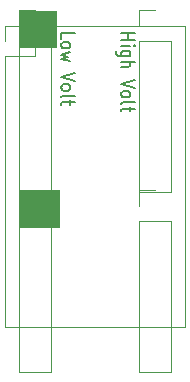
<source format=gbr>
%TF.GenerationSoftware,KiCad,Pcbnew,9.0.2-9.0.2-0~ubuntu24.04.1*%
%TF.CreationDate,2025-05-26T11:18:29+09:00*%
%TF.ProjectId,LevelShifter,4c657665-6c53-4686-9966-7465722e6b69,rev?*%
%TF.SameCoordinates,Original*%
%TF.FileFunction,Legend,Top*%
%TF.FilePolarity,Positive*%
%FSLAX46Y46*%
G04 Gerber Fmt 4.6, Leading zero omitted, Abs format (unit mm)*
G04 Created by KiCad (PCBNEW 9.0.2-9.0.2-0~ubuntu24.04.1) date 2025-05-26 11:18:29*
%MOMM*%
%LPD*%
G01*
G04 APERTURE LIST*
%ADD10C,0.200000*%
%ADD11C,0.100000*%
%ADD12C,0.120000*%
G04 APERTURE END LIST*
D10*
X149509257Y-112383673D02*
X150709257Y-112383673D01*
X150137828Y-112383673D02*
X150137828Y-112955101D01*
X149509257Y-112955101D02*
X150709257Y-112955101D01*
X149509257Y-113431292D02*
X150309257Y-113431292D01*
X150709257Y-113431292D02*
X150652114Y-113383673D01*
X150652114Y-113383673D02*
X150594971Y-113431292D01*
X150594971Y-113431292D02*
X150652114Y-113478911D01*
X150652114Y-113478911D02*
X150709257Y-113431292D01*
X150709257Y-113431292D02*
X150594971Y-113431292D01*
X150309257Y-114336053D02*
X149337828Y-114336053D01*
X149337828Y-114336053D02*
X149223542Y-114288434D01*
X149223542Y-114288434D02*
X149166400Y-114240815D01*
X149166400Y-114240815D02*
X149109257Y-114145577D01*
X149109257Y-114145577D02*
X149109257Y-114002720D01*
X149109257Y-114002720D02*
X149166400Y-113907482D01*
X149566400Y-114336053D02*
X149509257Y-114240815D01*
X149509257Y-114240815D02*
X149509257Y-114050339D01*
X149509257Y-114050339D02*
X149566400Y-113955101D01*
X149566400Y-113955101D02*
X149623542Y-113907482D01*
X149623542Y-113907482D02*
X149737828Y-113859863D01*
X149737828Y-113859863D02*
X150080685Y-113859863D01*
X150080685Y-113859863D02*
X150194971Y-113907482D01*
X150194971Y-113907482D02*
X150252114Y-113955101D01*
X150252114Y-113955101D02*
X150309257Y-114050339D01*
X150309257Y-114050339D02*
X150309257Y-114240815D01*
X150309257Y-114240815D02*
X150252114Y-114336053D01*
X149509257Y-114812244D02*
X150709257Y-114812244D01*
X149509257Y-115240815D02*
X150137828Y-115240815D01*
X150137828Y-115240815D02*
X150252114Y-115193196D01*
X150252114Y-115193196D02*
X150309257Y-115097958D01*
X150309257Y-115097958D02*
X150309257Y-114955101D01*
X150309257Y-114955101D02*
X150252114Y-114859863D01*
X150252114Y-114859863D02*
X150194971Y-114812244D01*
X150709257Y-116336054D02*
X149509257Y-116669387D01*
X149509257Y-116669387D02*
X150709257Y-117002720D01*
X149509257Y-117478911D02*
X149566400Y-117383673D01*
X149566400Y-117383673D02*
X149623542Y-117336054D01*
X149623542Y-117336054D02*
X149737828Y-117288435D01*
X149737828Y-117288435D02*
X150080685Y-117288435D01*
X150080685Y-117288435D02*
X150194971Y-117336054D01*
X150194971Y-117336054D02*
X150252114Y-117383673D01*
X150252114Y-117383673D02*
X150309257Y-117478911D01*
X150309257Y-117478911D02*
X150309257Y-117621768D01*
X150309257Y-117621768D02*
X150252114Y-117717006D01*
X150252114Y-117717006D02*
X150194971Y-117764625D01*
X150194971Y-117764625D02*
X150080685Y-117812244D01*
X150080685Y-117812244D02*
X149737828Y-117812244D01*
X149737828Y-117812244D02*
X149623542Y-117764625D01*
X149623542Y-117764625D02*
X149566400Y-117717006D01*
X149566400Y-117717006D02*
X149509257Y-117621768D01*
X149509257Y-117621768D02*
X149509257Y-117478911D01*
X149509257Y-118383673D02*
X149566400Y-118288435D01*
X149566400Y-118288435D02*
X149680685Y-118240816D01*
X149680685Y-118240816D02*
X150709257Y-118240816D01*
X150309257Y-118621769D02*
X150309257Y-119002721D01*
X150709257Y-118764626D02*
X149680685Y-118764626D01*
X149680685Y-118764626D02*
X149566400Y-118812245D01*
X149566400Y-118812245D02*
X149509257Y-118907483D01*
X149509257Y-118907483D02*
X149509257Y-119002721D01*
X144429257Y-112859863D02*
X144429257Y-112383673D01*
X144429257Y-112383673D02*
X145629257Y-112383673D01*
X144429257Y-113336054D02*
X144486400Y-113240816D01*
X144486400Y-113240816D02*
X144543542Y-113193197D01*
X144543542Y-113193197D02*
X144657828Y-113145578D01*
X144657828Y-113145578D02*
X145000685Y-113145578D01*
X145000685Y-113145578D02*
X145114971Y-113193197D01*
X145114971Y-113193197D02*
X145172114Y-113240816D01*
X145172114Y-113240816D02*
X145229257Y-113336054D01*
X145229257Y-113336054D02*
X145229257Y-113478911D01*
X145229257Y-113478911D02*
X145172114Y-113574149D01*
X145172114Y-113574149D02*
X145114971Y-113621768D01*
X145114971Y-113621768D02*
X145000685Y-113669387D01*
X145000685Y-113669387D02*
X144657828Y-113669387D01*
X144657828Y-113669387D02*
X144543542Y-113621768D01*
X144543542Y-113621768D02*
X144486400Y-113574149D01*
X144486400Y-113574149D02*
X144429257Y-113478911D01*
X144429257Y-113478911D02*
X144429257Y-113336054D01*
X145229257Y-114002721D02*
X144429257Y-114193197D01*
X144429257Y-114193197D02*
X145000685Y-114383673D01*
X145000685Y-114383673D02*
X144429257Y-114574149D01*
X144429257Y-114574149D02*
X145229257Y-114764625D01*
X145629257Y-115764626D02*
X144429257Y-116097959D01*
X144429257Y-116097959D02*
X145629257Y-116431292D01*
X144429257Y-116907483D02*
X144486400Y-116812245D01*
X144486400Y-116812245D02*
X144543542Y-116764626D01*
X144543542Y-116764626D02*
X144657828Y-116717007D01*
X144657828Y-116717007D02*
X145000685Y-116717007D01*
X145000685Y-116717007D02*
X145114971Y-116764626D01*
X145114971Y-116764626D02*
X145172114Y-116812245D01*
X145172114Y-116812245D02*
X145229257Y-116907483D01*
X145229257Y-116907483D02*
X145229257Y-117050340D01*
X145229257Y-117050340D02*
X145172114Y-117145578D01*
X145172114Y-117145578D02*
X145114971Y-117193197D01*
X145114971Y-117193197D02*
X145000685Y-117240816D01*
X145000685Y-117240816D02*
X144657828Y-117240816D01*
X144657828Y-117240816D02*
X144543542Y-117193197D01*
X144543542Y-117193197D02*
X144486400Y-117145578D01*
X144486400Y-117145578D02*
X144429257Y-117050340D01*
X144429257Y-117050340D02*
X144429257Y-116907483D01*
X144429257Y-117812245D02*
X144486400Y-117717007D01*
X144486400Y-117717007D02*
X144600685Y-117669388D01*
X144600685Y-117669388D02*
X145629257Y-117669388D01*
X145229257Y-118050341D02*
X145229257Y-118431293D01*
X145629257Y-118193198D02*
X144600685Y-118193198D01*
X144600685Y-118193198D02*
X144486400Y-118240817D01*
X144486400Y-118240817D02*
X144429257Y-118336055D01*
X144429257Y-118336055D02*
X144429257Y-118431293D01*
D11*
X140860000Y-125675000D02*
X144272000Y-125675000D01*
X144272000Y-128778000D01*
X140860000Y-128778000D01*
X140860000Y-125675000D01*
G36*
X140860000Y-125675000D02*
G01*
X144272000Y-125675000D01*
X144272000Y-128778000D01*
X140860000Y-128778000D01*
X140860000Y-125675000D01*
G37*
X140853000Y-110490000D02*
X144018000Y-110490000D01*
X144018000Y-113538000D01*
X140853000Y-113538000D01*
X140853000Y-110490000D01*
G36*
X140853000Y-110490000D02*
G01*
X144018000Y-110490000D01*
X144018000Y-113538000D01*
X140853000Y-113538000D01*
X140853000Y-110490000D01*
G37*
D12*
%TO.C,J4*%
X151020000Y-125620000D02*
X152400000Y-125620000D01*
X151020000Y-127000000D02*
X151020000Y-125620000D01*
X151020000Y-128270000D02*
X151020000Y-141080000D01*
X151020000Y-128270000D02*
X153780000Y-128270000D01*
X151020000Y-141080000D02*
X153780000Y-141080000D01*
X153780000Y-128270000D02*
X153780000Y-141080000D01*
%TO.C,J3*%
X140860000Y-125620000D02*
X142240000Y-125620000D01*
X140860000Y-127000000D02*
X140860000Y-125620000D01*
X140860000Y-128270000D02*
X140860000Y-141080000D01*
X140860000Y-128270000D02*
X143620000Y-128270000D01*
X140860000Y-141080000D02*
X143620000Y-141080000D01*
X143620000Y-128270000D02*
X143620000Y-141080000D01*
%TO.C,J2*%
X151020000Y-110380000D02*
X152400000Y-110380000D01*
X151020000Y-111760000D02*
X151020000Y-110380000D01*
X151020000Y-113030000D02*
X151020000Y-125840000D01*
X151020000Y-113030000D02*
X153780000Y-113030000D01*
X151020000Y-125840000D02*
X153780000Y-125840000D01*
X153780000Y-113030000D02*
X153780000Y-125840000D01*
%TO.C,J1*%
X140860000Y-110380000D02*
X142240000Y-110380000D01*
X140860000Y-111760000D02*
X140860000Y-110380000D01*
X140860000Y-113030000D02*
X140860000Y-125840000D01*
X140860000Y-113030000D02*
X143620000Y-113030000D01*
X140860000Y-125840000D02*
X143620000Y-125840000D01*
X143620000Y-113030000D02*
X143620000Y-125840000D01*
%TO.C,U1*%
X154970000Y-111780000D02*
X154970000Y-137280000D01*
X142240000Y-114300000D02*
X142240000Y-111780000D01*
X142240000Y-111780000D02*
X154970000Y-111780000D01*
X139720000Y-137280000D02*
X154970000Y-137280000D01*
X139720000Y-114300000D02*
X142240000Y-114300000D01*
X139720000Y-114300000D02*
X139720000Y-137280000D01*
X139720000Y-113030000D02*
X139720000Y-111780000D01*
X139720000Y-111780000D02*
X140970000Y-111780000D01*
%TD*%
M02*

</source>
